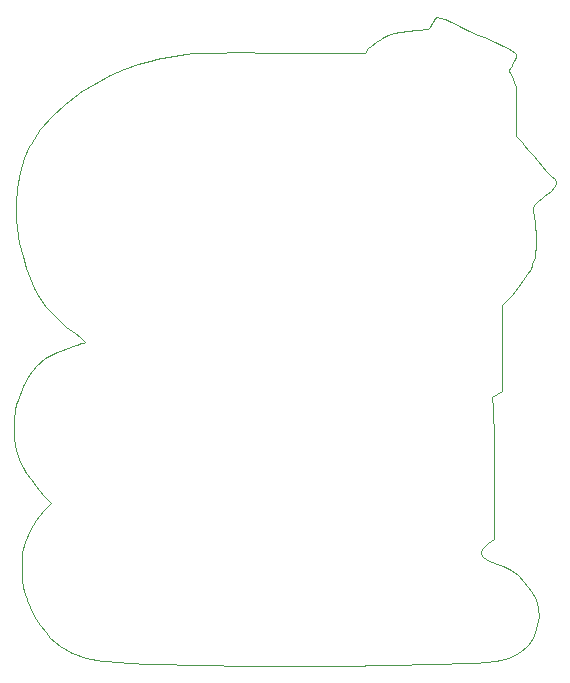
<source format=gbr>
%TF.GenerationSoftware,KiCad,Pcbnew,(6.0.0)*%
%TF.CreationDate,2023-02-19T23:28:08+01:00*%
%TF.ProjectId,DETECTIVE BOYS BADGE,44455445-4354-4495-9645-20424f595320,rev?*%
%TF.SameCoordinates,Original*%
%TF.FileFunction,Profile,NP*%
%FSLAX46Y46*%
G04 Gerber Fmt 4.6, Leading zero omitted, Abs format (unit mm)*
G04 Created by KiCad (PCBNEW (6.0.0)) date 2023-02-19 23:28:08*
%MOMM*%
%LPD*%
G01*
G04 APERTURE LIST*
%TA.AperFunction,Profile*%
%ADD10C,0.100000*%
%TD*%
G04 APERTURE END LIST*
D10*
%TO.C,G\u002A\u002A\u002A*%
X166292214Y-100007483D02*
X166130497Y-100147073D01*
X166130497Y-100147073D02*
X165929033Y-100419463D01*
X165929033Y-100419463D02*
X165851844Y-100548002D01*
X165851844Y-100548002D02*
X165675795Y-100832959D01*
X165675795Y-100832959D02*
X165539035Y-101004828D01*
X165539035Y-101004828D02*
X165503419Y-101027100D01*
X165503419Y-101027100D02*
X164560646Y-101097897D01*
X164560646Y-101097897D02*
X163806590Y-101179056D01*
X163806590Y-101179056D02*
X163190348Y-101281546D01*
X163190348Y-101281546D02*
X162661015Y-101416337D01*
X162661015Y-101416337D02*
X162167687Y-101594399D01*
X162167687Y-101594399D02*
X161659458Y-101826702D01*
X161659458Y-101826702D02*
X161558206Y-101877273D01*
X161558206Y-101877273D02*
X161108104Y-102143639D01*
X161108104Y-102143639D02*
X160711190Y-102446592D01*
X160711190Y-102446592D02*
X160492323Y-102671617D01*
X160492323Y-102671617D02*
X160174366Y-103088479D01*
X160174366Y-103088479D02*
X153152985Y-103043532D01*
X153152985Y-103043532D02*
X151543175Y-103034108D01*
X151543175Y-103034108D02*
X150149892Y-103028799D01*
X150149892Y-103028799D02*
X148950058Y-103028905D01*
X148950058Y-103028905D02*
X147920593Y-103035726D01*
X147920593Y-103035726D02*
X147038419Y-103050563D01*
X147038419Y-103050563D02*
X146280458Y-103074716D01*
X146280458Y-103074716D02*
X145623629Y-103109485D01*
X145623629Y-103109485D02*
X145044855Y-103156172D01*
X145044855Y-103156172D02*
X144521057Y-103216076D01*
X144521057Y-103216076D02*
X144029156Y-103290498D01*
X144029156Y-103290498D02*
X143546072Y-103380739D01*
X143546072Y-103380739D02*
X143048728Y-103488098D01*
X143048728Y-103488098D02*
X142514045Y-103613877D01*
X142514045Y-103613877D02*
X142357547Y-103651830D01*
X142357547Y-103651830D02*
X141007138Y-104019861D01*
X141007138Y-104019861D02*
X139772559Y-104446720D01*
X139772559Y-104446720D02*
X138587935Y-104961525D01*
X138587935Y-104961525D02*
X137387390Y-105593392D01*
X137387390Y-105593392D02*
X136105048Y-106371440D01*
X136105048Y-106371440D02*
X135887736Y-106511533D01*
X135887736Y-106511533D02*
X134766562Y-107354549D01*
X134766562Y-107354549D02*
X133692870Y-108382250D01*
X133692870Y-108382250D02*
X132717402Y-109539720D01*
X132717402Y-109539720D02*
X131890895Y-110772044D01*
X131890895Y-110772044D02*
X131791117Y-110945363D01*
X131791117Y-110945363D02*
X131318939Y-111978881D01*
X131318939Y-111978881D02*
X130961237Y-113173422D01*
X130961237Y-113173422D02*
X130723490Y-114476613D01*
X130723490Y-114476613D02*
X130611173Y-115836081D01*
X130611173Y-115836081D02*
X130629766Y-117199452D01*
X130629766Y-117199452D02*
X130784745Y-118514352D01*
X130784745Y-118514352D02*
X130928647Y-119192110D01*
X130928647Y-119192110D02*
X131214595Y-120246198D01*
X131214595Y-120246198D02*
X131528850Y-121251348D01*
X131528850Y-121251348D02*
X131855626Y-122164513D01*
X131855626Y-122164513D02*
X132179139Y-122942650D01*
X132179139Y-122942650D02*
X132483602Y-123542714D01*
X132483602Y-123542714D02*
X132582837Y-123702843D01*
X132582837Y-123702843D02*
X133225384Y-124553815D01*
X133225384Y-124553815D02*
X134020746Y-125423268D01*
X134020746Y-125423268D02*
X134899468Y-126240151D01*
X134899468Y-126240151D02*
X135624347Y-126814284D01*
X135624347Y-126814284D02*
X136087998Y-127161494D01*
X136087998Y-127161494D02*
X136365552Y-127397079D01*
X136365552Y-127397079D02*
X136473509Y-127537374D01*
X136473509Y-127537374D02*
X136428372Y-127598712D01*
X136428372Y-127598712D02*
X136418813Y-127600667D01*
X136418813Y-127600667D02*
X136197608Y-127657187D01*
X136197608Y-127657187D02*
X135823819Y-127769322D01*
X135823819Y-127769322D02*
X135371444Y-127914707D01*
X135371444Y-127914707D02*
X135288679Y-127942247D01*
X135288679Y-127942247D02*
X134114534Y-128401747D01*
X134114534Y-128401747D02*
X133147210Y-128938699D01*
X133147210Y-128938699D02*
X132358784Y-129582446D01*
X132358784Y-129582446D02*
X131721334Y-130362333D01*
X131721334Y-130362333D02*
X131206936Y-131307702D01*
X131206936Y-131307702D02*
X130787668Y-132447898D01*
X130787668Y-132447898D02*
X130693081Y-132771698D01*
X130693081Y-132771698D02*
X130583028Y-133344101D01*
X130583028Y-133344101D02*
X130517859Y-134061193D01*
X130517859Y-134061193D02*
X130497734Y-134844166D01*
X130497734Y-134844166D02*
X130522812Y-135614216D01*
X130522812Y-135614216D02*
X130593251Y-136292537D01*
X130593251Y-136292537D02*
X130685102Y-136725472D01*
X130685102Y-136725472D02*
X130848452Y-137234053D01*
X130848452Y-137234053D02*
X131029446Y-137692961D01*
X131029446Y-137692961D02*
X131250240Y-138137050D01*
X131250240Y-138137050D02*
X131532994Y-138601175D01*
X131532994Y-138601175D02*
X131899864Y-139120190D01*
X131899864Y-139120190D02*
X132373008Y-139728948D01*
X132373008Y-139728948D02*
X132974584Y-140462306D01*
X132974584Y-140462306D02*
X133330307Y-140886421D01*
X133330307Y-140886421D02*
X133588443Y-141192705D01*
X133588443Y-141192705D02*
X132936208Y-141864513D01*
X132936208Y-141864513D02*
X132328076Y-142615638D01*
X132328076Y-142615638D02*
X131805764Y-143501143D01*
X131805764Y-143501143D02*
X131411903Y-144437059D01*
X131411903Y-144437059D02*
X131196223Y-145291981D01*
X131196223Y-145291981D02*
X131142302Y-145819257D01*
X131142302Y-145819257D02*
X131120731Y-146446813D01*
X131120731Y-146446813D02*
X131129186Y-147106398D01*
X131129186Y-147106398D02*
X131165346Y-147729759D01*
X131165346Y-147729759D02*
X131226888Y-148248642D01*
X131226888Y-148248642D02*
X131308334Y-148586793D01*
X131308334Y-148586793D02*
X131420924Y-148900268D01*
X131420924Y-148900268D02*
X131550601Y-149290369D01*
X131550601Y-149290369D02*
X131574441Y-149365566D01*
X131574441Y-149365566D02*
X131830431Y-150002831D01*
X131830431Y-150002831D02*
X132210670Y-150728593D01*
X132210670Y-150728593D02*
X132667230Y-151464692D01*
X132667230Y-151464692D02*
X133152185Y-152132968D01*
X133152185Y-152132968D02*
X133551536Y-152589916D01*
X133551536Y-152589916D02*
X134404322Y-153305285D01*
X134404322Y-153305285D02*
X135402252Y-153862035D01*
X135402252Y-153862035D02*
X136561209Y-154266854D01*
X136561209Y-154266854D02*
X137897079Y-154526433D01*
X137897079Y-154526433D02*
X138249107Y-154568215D01*
X138249107Y-154568215D02*
X139191951Y-154651036D01*
X139191951Y-154651036D02*
X140364958Y-154725289D01*
X140364958Y-154725289D02*
X141758811Y-154790697D01*
X141758811Y-154790697D02*
X143364194Y-154846982D01*
X143364194Y-154846982D02*
X145171791Y-154893867D01*
X145171791Y-154893867D02*
X147172285Y-154931073D01*
X147172285Y-154931073D02*
X149356360Y-154958324D01*
X149356360Y-154958324D02*
X151714699Y-154975341D01*
X151714699Y-154975341D02*
X151942453Y-154976393D01*
X151942453Y-154976393D02*
X153186560Y-154981366D01*
X153186560Y-154981366D02*
X154361299Y-154985078D01*
X154361299Y-154985078D02*
X155444355Y-154987525D01*
X155444355Y-154987525D02*
X156413417Y-154988704D01*
X156413417Y-154988704D02*
X157246169Y-154988610D01*
X157246169Y-154988610D02*
X157920299Y-154987241D01*
X157920299Y-154987241D02*
X158413492Y-154984593D01*
X158413492Y-154984593D02*
X158703437Y-154980661D01*
X158703437Y-154980661D02*
X158771698Y-154977524D01*
X158771698Y-154977524D02*
X158929788Y-154969060D01*
X158929788Y-154969060D02*
X159299018Y-154957581D01*
X159299018Y-154957581D02*
X159850935Y-154943718D01*
X159850935Y-154943718D02*
X160557084Y-154928106D01*
X160557084Y-154928106D02*
X161389011Y-154911376D01*
X161389011Y-154911376D02*
X162318262Y-154894162D01*
X162318262Y-154894162D02*
X163204717Y-154878936D01*
X163204717Y-154878936D02*
X165125180Y-154841879D01*
X165125180Y-154841879D02*
X166811875Y-154798190D01*
X166811875Y-154798190D02*
X168263860Y-154747914D01*
X168263860Y-154747914D02*
X169480193Y-154691095D01*
X169480193Y-154691095D02*
X170459931Y-154627779D01*
X170459931Y-154627779D02*
X171202132Y-154558009D01*
X171202132Y-154558009D02*
X171705852Y-154481832D01*
X171705852Y-154481832D02*
X171751116Y-154472062D01*
X171751116Y-154472062D02*
X172317955Y-154293700D01*
X172317955Y-154293700D02*
X172909006Y-154025170D01*
X172909006Y-154025170D02*
X173451303Y-153706896D01*
X173451303Y-153706896D02*
X173871883Y-153379302D01*
X173871883Y-153379302D02*
X174021682Y-153214125D01*
X174021682Y-153214125D02*
X174391659Y-152587761D01*
X174391659Y-152587761D02*
X174690832Y-151834516D01*
X174690832Y-151834516D02*
X174878313Y-151065258D01*
X174878313Y-151065258D02*
X174910802Y-150803302D01*
X174910802Y-150803302D02*
X174884907Y-150061640D01*
X174884907Y-150061640D02*
X174668757Y-149333037D01*
X174668757Y-149333037D02*
X174249566Y-148586867D01*
X174249566Y-148586867D02*
X173688208Y-147875078D01*
X173688208Y-147875078D02*
X173118033Y-147295774D01*
X173118033Y-147295774D02*
X172538551Y-146867750D01*
X172538551Y-146867750D02*
X171861580Y-146533198D01*
X171861580Y-146533198D02*
X171361484Y-146349790D01*
X171361484Y-146349790D02*
X170929453Y-146181084D01*
X170929453Y-146181084D02*
X170518626Y-145983230D01*
X170518626Y-145983230D02*
X170416789Y-145924957D01*
X170416789Y-145924957D02*
X170151372Y-145726199D01*
X170151372Y-145726199D02*
X170054728Y-145515398D01*
X170054728Y-145515398D02*
X170057355Y-145311745D01*
X170057355Y-145311745D02*
X170139382Y-145030479D01*
X170139382Y-145030479D02*
X170357732Y-144780456D01*
X170357732Y-144780456D02*
X170611792Y-144592924D01*
X170611792Y-144592924D02*
X171129716Y-144246026D01*
X171129716Y-144246026D02*
X171113164Y-141594004D01*
X171113164Y-141594004D02*
X171108216Y-140598431D01*
X171108216Y-140598431D02*
X171104732Y-139477038D01*
X171104732Y-139477038D02*
X171102872Y-138324588D01*
X171102872Y-138324588D02*
X171102800Y-137235846D01*
X171102800Y-137235846D02*
X171104283Y-136425944D01*
X171104283Y-136425944D02*
X171102940Y-135607884D01*
X171102940Y-135607884D02*
X171094676Y-134811420D01*
X171094676Y-134811420D02*
X171080557Y-134089499D01*
X171080557Y-134089499D02*
X171061651Y-133495068D01*
X171061651Y-133495068D02*
X171039026Y-133081072D01*
X171039026Y-133081072D02*
X171036170Y-133046694D01*
X171036170Y-133046694D02*
X170960384Y-132183482D01*
X170960384Y-132183482D02*
X171831132Y-131669728D01*
X171831132Y-131669728D02*
X171832122Y-124444812D01*
X171832122Y-124444812D02*
X172615397Y-123546227D01*
X172615397Y-123546227D02*
X173134755Y-122923563D01*
X173134755Y-122923563D02*
X173590151Y-122325913D01*
X173590151Y-122325913D02*
X173958291Y-121787993D01*
X173958291Y-121787993D02*
X174215880Y-121344517D01*
X174215880Y-121344517D02*
X174339626Y-121030201D01*
X174339626Y-121030201D02*
X174347170Y-120965292D01*
X174347170Y-120965292D02*
X174404631Y-120701438D01*
X174404631Y-120701438D02*
X174473640Y-120592209D01*
X174473640Y-120592209D02*
X174557235Y-120389247D01*
X174557235Y-120389247D02*
X174620564Y-120004530D01*
X174620564Y-120004530D02*
X174661517Y-119495236D01*
X174661517Y-119495236D02*
X174677985Y-118918543D01*
X174677985Y-118918543D02*
X174667857Y-118331629D01*
X174667857Y-118331629D02*
X174629025Y-117791674D01*
X174629025Y-117791674D02*
X174587887Y-117495755D01*
X174587887Y-117495755D02*
X174481716Y-116885399D01*
X174481716Y-116885399D02*
X174431624Y-116453414D01*
X174431624Y-116453414D02*
X174458117Y-116141204D01*
X174458117Y-116141204D02*
X174581700Y-115890172D01*
X174581700Y-115890172D02*
X174822880Y-115641721D01*
X174822880Y-115641721D02*
X175202162Y-115337255D01*
X175202162Y-115337255D02*
X175395519Y-115187911D01*
X175395519Y-115187911D02*
X175907418Y-114770641D01*
X175907418Y-114770641D02*
X176227628Y-114444819D01*
X176227628Y-114444819D02*
X176369753Y-114178302D01*
X176369753Y-114178302D02*
X176347393Y-113938948D01*
X176347393Y-113938948D02*
X176174153Y-113694614D01*
X176174153Y-113694614D02*
X176070559Y-113592819D01*
X176070559Y-113592819D02*
X175867450Y-113384173D01*
X175867450Y-113384173D02*
X175556925Y-113041060D01*
X175556925Y-113041060D02*
X175183916Y-112613971D01*
X175183916Y-112613971D02*
X174852486Y-112224057D01*
X174852486Y-112224057D02*
X174436371Y-111734204D01*
X174436371Y-111734204D02*
X174020382Y-111254940D01*
X174020382Y-111254940D02*
X173659891Y-110849534D01*
X173659891Y-110849534D02*
X173458579Y-110631300D01*
X173458579Y-110631300D02*
X172969340Y-110116845D01*
X172969340Y-110116845D02*
X173012768Y-108023964D01*
X173012768Y-108023964D02*
X173021971Y-107251853D01*
X173021971Y-107251853D02*
X173015906Y-106610977D01*
X173015906Y-106610977D02*
X172995579Y-106132010D01*
X172995579Y-106132010D02*
X172961991Y-105845627D01*
X172961991Y-105845627D02*
X172939430Y-105782759D01*
X172939430Y-105782759D02*
X172823878Y-105557414D01*
X172823878Y-105557414D02*
X172746058Y-105313331D01*
X172746058Y-105313331D02*
X172616356Y-104995065D01*
X172616356Y-104995065D02*
X172476101Y-104798878D01*
X172476101Y-104798878D02*
X172350876Y-104637761D01*
X172350876Y-104637761D02*
X172392596Y-104492541D01*
X172392596Y-104492541D02*
X172494851Y-104371160D01*
X172494851Y-104371160D02*
X172621717Y-104200835D01*
X172621717Y-104200835D02*
X172620317Y-104136793D01*
X172620317Y-104136793D02*
X172623825Y-104052827D01*
X172623825Y-104052827D02*
X172742413Y-103845270D01*
X172742413Y-103845270D02*
X172781464Y-103788816D01*
X172781464Y-103788816D02*
X172990416Y-103403349D01*
X172990416Y-103403349D02*
X172996355Y-103125004D01*
X172996355Y-103125004D02*
X172819576Y-102970920D01*
X172819576Y-102970920D02*
X172608707Y-102871899D01*
X172608707Y-102871899D02*
X172269059Y-102694019D01*
X172269059Y-102694019D02*
X171927318Y-102505517D01*
X171927318Y-102505517D02*
X171526082Y-102289593D01*
X171526082Y-102289593D02*
X171170461Y-102116367D01*
X171170461Y-102116367D02*
X170968827Y-102034547D01*
X170968827Y-102034547D02*
X170672609Y-101929152D01*
X170672609Y-101929152D02*
X170268169Y-101760813D01*
X170268169Y-101760813D02*
X169730085Y-101518024D01*
X169730085Y-101518024D02*
X169032932Y-101189276D01*
X169032932Y-101189276D02*
X168151288Y-100763060D01*
X168151288Y-100763060D02*
X168040487Y-100709017D01*
X168040487Y-100709017D02*
X167470484Y-100440723D01*
X167470484Y-100440723D02*
X166967797Y-100222668D01*
X166967797Y-100222668D02*
X166575319Y-100072065D01*
X166575319Y-100072065D02*
X166335947Y-100006125D01*
X166335947Y-100006125D02*
X166292214Y-100007483D01*
%TD*%
M02*

</source>
